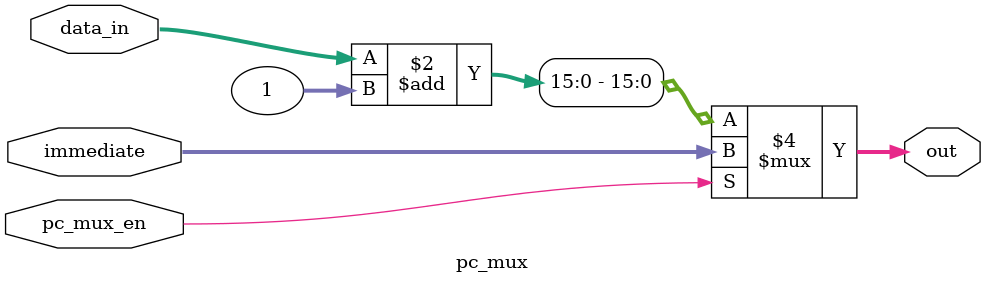
<source format=v>
module pc_mux(immediate, pc_mux_en, data_in, out);

input [15:0] immediate; // some immediate jump instruction / displacement
input pc_mux_en;       // eng
input [15:0] data_in;  // bram
output reg [15:0] out; // goes into pc




always @(pc_mux_en, immediate) begin
	// If control is present, Select the program counter + displacement
	if(pc_mux_en) begin
		out = immediate;
	end
	// Else, Select program counter +1
	else begin
		out = data_in + 1; 
	end
		
		
end
endmodule

</source>
